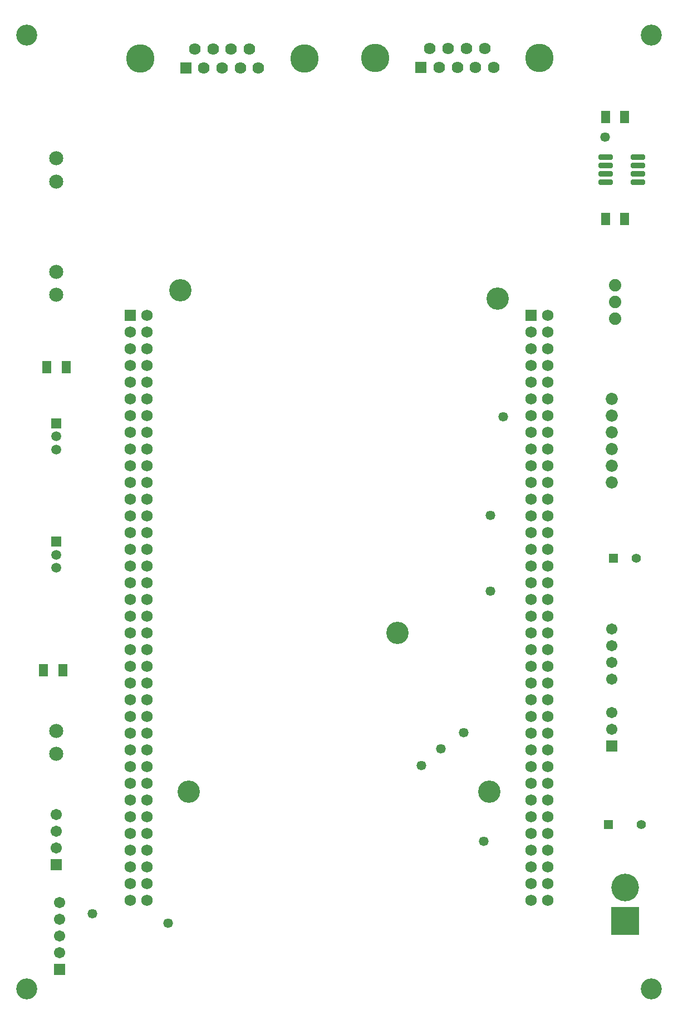
<source format=gts>
G04*
G04 #@! TF.GenerationSoftware,Altium Limited,Altium Designer,22.8.2 (66)*
G04*
G04 Layer_Color=8388736*
%FSLAX42Y42*%
%MOMM*%
G71*
G04*
G04 #@! TF.SameCoordinates,418904E4-A97B-41F3-844E-409F60187B30*
G04*
G04*
G04 #@! TF.FilePolarity,Negative*
G04*
G01*
G75*
%ADD18R,1.33X1.97*%
G04:AMPARAMS|DCode=19|XSize=2.17mm|YSize=0.8mm|CornerRadius=0.18mm|HoleSize=0mm|Usage=FLASHONLY|Rotation=0.000|XOffset=0mm|YOffset=0mm|HoleType=Round|Shape=RoundedRectangle|*
%AMROUNDEDRECTD19*
21,1,2.17,0.45,0,0,0.0*
21,1,1.82,0.80,0,0,0.0*
1,1,0.35,0.91,-0.23*
1,1,0.35,-0.91,-0.23*
1,1,0.35,-0.91,0.23*
1,1,0.35,0.91,0.23*
%
%ADD19ROUNDEDRECTD19*%
%ADD20R,1.71X1.71*%
%ADD21C,1.71*%
%ADD22C,1.73*%
%ADD23C,3.40*%
%ADD24R,1.73X1.73*%
%ADD25R,1.40X1.40*%
%ADD26C,1.40*%
%ADD27C,2.15*%
%ADD28C,1.85*%
%ADD29C,3.20*%
%ADD30C,1.78*%
%ADD31R,1.78X1.78*%
%ADD32C,4.32*%
%ADD33R,1.52X1.52*%
%ADD34C,1.52*%
%ADD35C,1.88*%
%ADD36C,4.20*%
%ADD37R,4.20X4.20*%
%ADD38C,1.47*%
D18*
X850Y9700D02*
D03*
X556D02*
D03*
X503Y5100D02*
D03*
X797D02*
D03*
X9347Y11950D02*
D03*
X9053D02*
D03*
Y13500D02*
D03*
X9347D02*
D03*
D19*
X9547Y12890D02*
D03*
Y12764D02*
D03*
Y12636D02*
D03*
Y12510D02*
D03*
X9053D02*
D03*
Y12636D02*
D03*
Y12764D02*
D03*
Y12890D02*
D03*
D20*
X750Y550D02*
D03*
X700Y2142D02*
D03*
X9150Y3942D02*
D03*
D21*
X750Y804D02*
D03*
Y1058D02*
D03*
Y1312D02*
D03*
Y1566D02*
D03*
X700Y2396D02*
D03*
Y2650D02*
D03*
Y2904D02*
D03*
X9150Y5720D02*
D03*
Y5466D02*
D03*
Y5212D02*
D03*
Y4958D02*
D03*
Y4450D02*
D03*
Y4196D02*
D03*
D22*
X8175Y1601D02*
D03*
X7921D02*
D03*
X8175Y1855D02*
D03*
X7921D02*
D03*
X8175Y2109D02*
D03*
X7921D02*
D03*
X8175Y2363D02*
D03*
X7921D02*
D03*
X8175Y2617D02*
D03*
X7921D02*
D03*
X8175Y2871D02*
D03*
X7921D02*
D03*
X8175Y3125D02*
D03*
X7921D02*
D03*
X8175Y3379D02*
D03*
X7921D02*
D03*
X8175Y3633D02*
D03*
X7921D02*
D03*
X8175Y3887D02*
D03*
X7921D02*
D03*
X8175Y4141D02*
D03*
X7921D02*
D03*
X8175Y4395D02*
D03*
X7921D02*
D03*
X8175Y4649D02*
D03*
X7921D02*
D03*
X8175Y4903D02*
D03*
X7921D02*
D03*
X8175Y5157D02*
D03*
X7921D02*
D03*
X8175Y5411D02*
D03*
X7921D02*
D03*
X8175Y5665D02*
D03*
X7921D02*
D03*
X8175Y5919D02*
D03*
X7921D02*
D03*
X8175Y6173D02*
D03*
X7921D02*
D03*
X8175Y6427D02*
D03*
X7921D02*
D03*
X8175Y6681D02*
D03*
X7921D02*
D03*
X8175Y6935D02*
D03*
X7921D02*
D03*
X8175Y7189D02*
D03*
X7921D02*
D03*
X8175Y7443D02*
D03*
X7921D02*
D03*
X8175Y7697D02*
D03*
X7921D02*
D03*
X8175Y7951D02*
D03*
X7921D02*
D03*
X8175Y8205D02*
D03*
X7921D02*
D03*
X8175Y8459D02*
D03*
X7921D02*
D03*
X8175Y8713D02*
D03*
X7921D02*
D03*
X8175Y8967D02*
D03*
X7921D02*
D03*
X8175Y9221D02*
D03*
X7921D02*
D03*
X8175Y9475D02*
D03*
X7921D02*
D03*
X8175Y9729D02*
D03*
X7921D02*
D03*
X8175Y9983D02*
D03*
X7921D02*
D03*
X8175Y10237D02*
D03*
X7921D02*
D03*
X2079Y1603D02*
D03*
X1825D02*
D03*
X8175Y10491D02*
D03*
X2079Y1857D02*
D03*
X1825D02*
D03*
X2079Y2111D02*
D03*
X1825D02*
D03*
X2079Y2365D02*
D03*
X1825D02*
D03*
X2079Y2619D02*
D03*
X1825D02*
D03*
X2079Y2873D02*
D03*
X1825D02*
D03*
X2079Y3127D02*
D03*
X1825D02*
D03*
X2079Y3381D02*
D03*
X1825D02*
D03*
X2079Y3635D02*
D03*
X1825D02*
D03*
X2079Y3889D02*
D03*
X1825D02*
D03*
X2079Y4143D02*
D03*
X1825D02*
D03*
X2079Y4397D02*
D03*
X1825D02*
D03*
X2079Y4651D02*
D03*
X1825D02*
D03*
X2079Y4905D02*
D03*
X1825D02*
D03*
X2079Y5159D02*
D03*
X1825D02*
D03*
X2079Y5413D02*
D03*
X1825D02*
D03*
X2079Y5667D02*
D03*
X1825D02*
D03*
X2079Y5921D02*
D03*
X1825D02*
D03*
X2079Y6175D02*
D03*
X1825D02*
D03*
X2079Y6429D02*
D03*
X1825D02*
D03*
X2079Y6683D02*
D03*
X1825D02*
D03*
X2079Y6937D02*
D03*
X1825D02*
D03*
X2079Y7191D02*
D03*
X1825D02*
D03*
X2079Y7445D02*
D03*
X1825D02*
D03*
X2079Y7699D02*
D03*
X1825D02*
D03*
X2079Y7953D02*
D03*
X1825D02*
D03*
X2079Y8207D02*
D03*
X1825D02*
D03*
X2079Y8461D02*
D03*
X1825D02*
D03*
X2079Y8715D02*
D03*
X1825D02*
D03*
X2079Y8969D02*
D03*
X1825D02*
D03*
X2079Y9223D02*
D03*
X1825D02*
D03*
X2079Y9477D02*
D03*
X1825D02*
D03*
X2079Y9731D02*
D03*
X1825D02*
D03*
X2079Y9985D02*
D03*
X1825D02*
D03*
X2079Y10239D02*
D03*
X1825D02*
D03*
X2079Y10493D02*
D03*
D23*
X2587Y10874D02*
D03*
X5889Y5667D02*
D03*
X7413Y10747D02*
D03*
X7286Y3254D02*
D03*
X2714D02*
D03*
D24*
X7921Y10491D02*
D03*
X1825Y10493D02*
D03*
D25*
X9100Y2750D02*
D03*
X9175Y6800D02*
D03*
D26*
X9600Y2750D02*
D03*
X9525Y6800D02*
D03*
D27*
X700Y3825D02*
D03*
Y4175D02*
D03*
Y12875D02*
D03*
Y12525D02*
D03*
Y10800D02*
D03*
Y11150D02*
D03*
D28*
X9150Y9218D02*
D03*
Y8964D02*
D03*
Y8710D02*
D03*
Y7948D02*
D03*
Y8202D02*
D03*
Y8456D02*
D03*
D29*
X250Y14750D02*
D03*
X9750D02*
D03*
Y250D02*
D03*
X250D02*
D03*
D30*
X3777Y14250D02*
D03*
X3638Y14534D02*
D03*
X3500Y14250D02*
D03*
X3362Y14534D02*
D03*
X3223Y14250D02*
D03*
X3084Y14534D02*
D03*
X2946Y14250D02*
D03*
X2808Y14534D02*
D03*
X6384Y14542D02*
D03*
X6522Y14258D02*
D03*
X6661Y14542D02*
D03*
X6800Y14258D02*
D03*
X6938Y14542D02*
D03*
X7076Y14258D02*
D03*
X7215Y14542D02*
D03*
X7354Y14258D02*
D03*
D31*
X2669Y14250D02*
D03*
X6246Y14258D02*
D03*
D32*
X4472Y14392D02*
D03*
X1974D02*
D03*
X5550Y14400D02*
D03*
X8049D02*
D03*
D33*
X700Y7050D02*
D03*
Y8850D02*
D03*
D34*
Y6850D02*
D03*
Y6650D02*
D03*
Y8650D02*
D03*
Y8450D02*
D03*
D35*
X9200Y10950D02*
D03*
Y10442D02*
D03*
Y10696D02*
D03*
D36*
X9350Y1790D02*
D03*
D37*
Y1290D02*
D03*
D38*
X6250Y3650D02*
D03*
X6550Y3900D02*
D03*
X6900Y4150D02*
D03*
X2400Y1250D02*
D03*
X7200Y2500D02*
D03*
X7300Y6300D02*
D03*
Y7450D02*
D03*
X7500Y8950D02*
D03*
X1250Y1400D02*
D03*
X9050Y13200D02*
D03*
M02*

</source>
